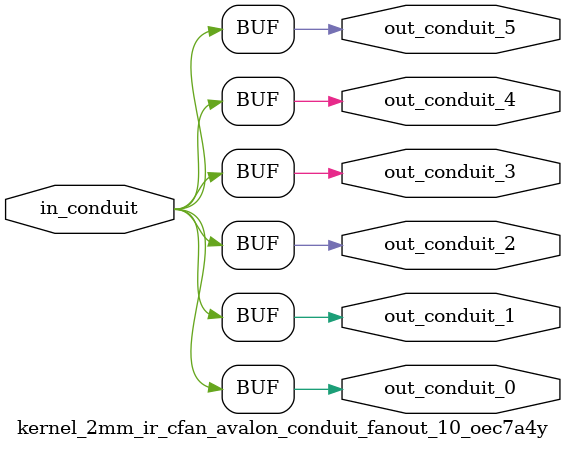
<source format=sv>


 


// --------------------------------------------------------------------------------
//| Avalon Conduit Fan-Out
// --------------------------------------------------------------------------------

// ------------------------------------------
// Generation parameters:
//   output_name:       kernel_2mm_ir_cfan_avalon_conduit_fanout_10_oec7a4y
//   numFanOut:         6
//   
// ------------------------------------------

module kernel_2mm_ir_cfan_avalon_conduit_fanout_10_oec7a4y (     

// Interface: out_conduit_0
 output                    out_conduit_0,
// Interface: out_conduit_1
 output                    out_conduit_1,
// Interface: out_conduit_2
 output                    out_conduit_2,
// Interface: out_conduit_3
 output                    out_conduit_3,
// Interface: out_conduit_4
 output                    out_conduit_4,
// Interface: out_conduit_5
 output                    out_conduit_5,

// Interface: in_conduit
 input                   in_conduit

);

   assign  out_conduit_0 = in_conduit;
   assign  out_conduit_1 = in_conduit;
   assign  out_conduit_2 = in_conduit;
   assign  out_conduit_3 = in_conduit;
   assign  out_conduit_4 = in_conduit;
   assign  out_conduit_5 = in_conduit;

endmodule //


</source>
